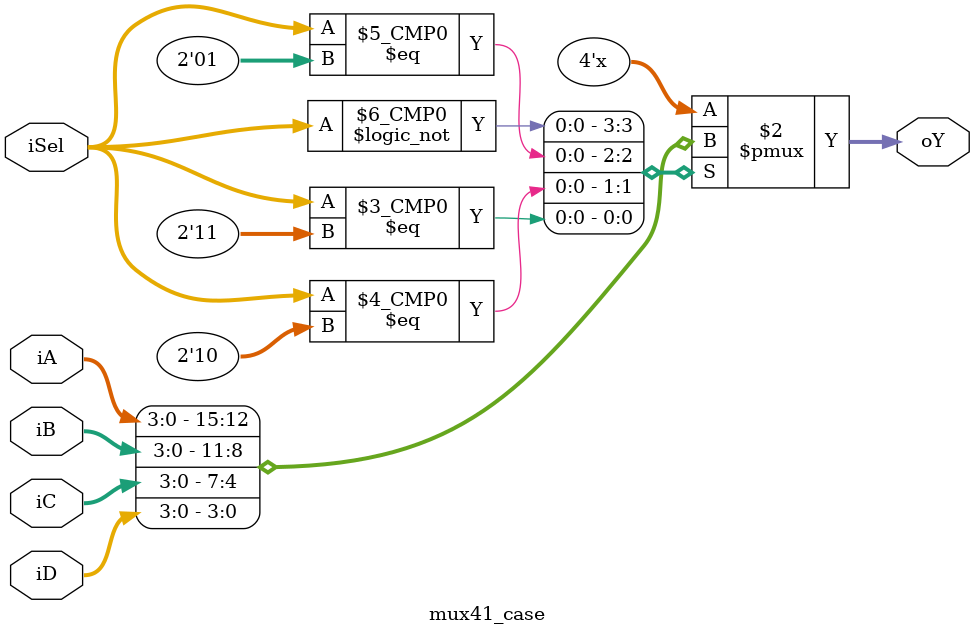
<source format=v>
module mux41_case (iSel, iA, iB, iC, iD, oY);
    input [1:0] iSel;
    input [3:0] iA, iB, iC, iD;
    output [3:0] oY;
    reg [3:0] oY;

    always @(iSel or iA or iB or iC or iD)
    begin
        case (iSel)
            2'b00: oY = iA;
            2'b01: oY = iB;
            2'b10: oY = iC;
            2'b11: oY = iD;
            default: oY = 4'bx;
        endcase
    end
endmodule
</source>
